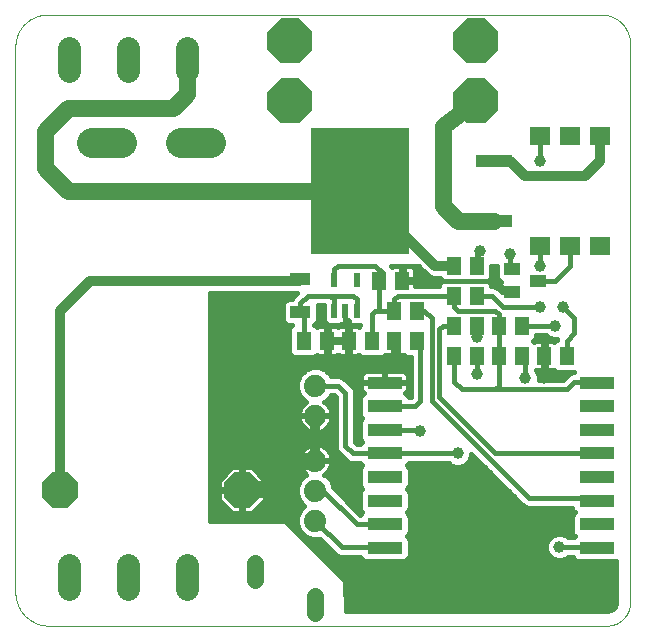
<source format=gtl>
G75*
%MOIN*%
%OFA0B0*%
%FSLAX25Y25*%
%IPPOS*%
%LPD*%
%AMOC8*
5,1,8,0,0,1.08239X$1,22.5*
%
%ADD10C,0.00000*%
%ADD11OC8,0.15000*%
%ADD12R,0.07008X0.05984*%
%ADD13R,0.05512X0.03937*%
%ADD14R,0.05118X0.05906*%
%ADD15C,0.05600*%
%ADD16R,0.32992X0.41969*%
%ADD17R,0.12008X0.04000*%
%ADD18C,0.10000*%
%ADD19OC8,0.11811*%
%ADD20C,0.07800*%
%ADD21R,0.11811X0.04200*%
%ADD22R,0.02165X0.04724*%
%ADD23R,0.07087X0.03937*%
%ADD24R,0.05118X0.06299*%
%ADD25C,0.07400*%
%ADD26C,0.01600*%
%ADD27C,0.03962*%
%ADD28C,0.03200*%
D10*
X0012329Y0009583D02*
X0198239Y0009583D01*
X0198428Y0009585D01*
X0198617Y0009592D01*
X0198806Y0009604D01*
X0198995Y0009620D01*
X0199183Y0009640D01*
X0199370Y0009665D01*
X0199557Y0009695D01*
X0199744Y0009729D01*
X0199929Y0009767D01*
X0200113Y0009811D01*
X0200296Y0009858D01*
X0200478Y0009910D01*
X0200659Y0009966D01*
X0200838Y0010027D01*
X0201016Y0010092D01*
X0201192Y0010161D01*
X0201366Y0010235D01*
X0201539Y0010312D01*
X0201710Y0010394D01*
X0201878Y0010480D01*
X0202045Y0010570D01*
X0202209Y0010664D01*
X0202371Y0010762D01*
X0202530Y0010864D01*
X0202688Y0010969D01*
X0202842Y0011079D01*
X0202994Y0011192D01*
X0203143Y0011308D01*
X0203289Y0011429D01*
X0203432Y0011552D01*
X0203572Y0011680D01*
X0203709Y0011810D01*
X0203843Y0011944D01*
X0203973Y0012081D01*
X0204101Y0012221D01*
X0204224Y0012364D01*
X0204345Y0012510D01*
X0204461Y0012659D01*
X0204574Y0012811D01*
X0204684Y0012965D01*
X0204789Y0013123D01*
X0204891Y0013282D01*
X0204989Y0013444D01*
X0205083Y0013608D01*
X0205173Y0013775D01*
X0205259Y0013943D01*
X0205341Y0014114D01*
X0205418Y0014287D01*
X0205492Y0014461D01*
X0205561Y0014637D01*
X0205626Y0014815D01*
X0205687Y0014994D01*
X0205743Y0015175D01*
X0205795Y0015357D01*
X0205842Y0015540D01*
X0205886Y0015724D01*
X0205924Y0015909D01*
X0205958Y0016096D01*
X0205988Y0016283D01*
X0206013Y0016470D01*
X0206033Y0016658D01*
X0206049Y0016847D01*
X0206061Y0017036D01*
X0206068Y0017225D01*
X0206070Y0017414D01*
X0206070Y0203613D01*
X0206067Y0203847D01*
X0206059Y0204080D01*
X0206045Y0204314D01*
X0206025Y0204546D01*
X0205999Y0204779D01*
X0205969Y0205010D01*
X0205932Y0205241D01*
X0205890Y0205471D01*
X0205842Y0205700D01*
X0205789Y0205927D01*
X0205730Y0206154D01*
X0205666Y0206378D01*
X0205597Y0206602D01*
X0205522Y0206823D01*
X0205442Y0207042D01*
X0205356Y0207260D01*
X0205265Y0207475D01*
X0205169Y0207688D01*
X0205068Y0207899D01*
X0204962Y0208107D01*
X0204851Y0208313D01*
X0204735Y0208516D01*
X0204614Y0208716D01*
X0204489Y0208913D01*
X0204358Y0209107D01*
X0204223Y0209297D01*
X0204083Y0209485D01*
X0203939Y0209669D01*
X0203791Y0209849D01*
X0203638Y0210026D01*
X0203481Y0210199D01*
X0203320Y0210368D01*
X0203154Y0210534D01*
X0202985Y0210695D01*
X0202812Y0210852D01*
X0202635Y0211005D01*
X0202455Y0211153D01*
X0202271Y0211297D01*
X0202083Y0211437D01*
X0201893Y0211572D01*
X0201699Y0211703D01*
X0201502Y0211828D01*
X0201302Y0211949D01*
X0201099Y0212065D01*
X0200893Y0212176D01*
X0200685Y0212282D01*
X0200474Y0212383D01*
X0200261Y0212479D01*
X0200046Y0212570D01*
X0199828Y0212656D01*
X0199609Y0212736D01*
X0199388Y0212811D01*
X0199164Y0212880D01*
X0198940Y0212944D01*
X0198713Y0213003D01*
X0198486Y0213056D01*
X0198257Y0213104D01*
X0198027Y0213146D01*
X0197796Y0213183D01*
X0197565Y0213213D01*
X0197332Y0213239D01*
X0197100Y0213259D01*
X0196866Y0213273D01*
X0196633Y0213281D01*
X0196399Y0213284D01*
X0011812Y0213284D01*
X0011554Y0213281D01*
X0011297Y0213272D01*
X0011040Y0213256D01*
X0010783Y0213234D01*
X0010527Y0213206D01*
X0010271Y0213172D01*
X0010017Y0213132D01*
X0009763Y0213085D01*
X0009511Y0213033D01*
X0009260Y0212974D01*
X0009011Y0212909D01*
X0008763Y0212839D01*
X0008517Y0212762D01*
X0008273Y0212680D01*
X0008031Y0212591D01*
X0007791Y0212497D01*
X0007554Y0212397D01*
X0007319Y0212291D01*
X0007086Y0212180D01*
X0006857Y0212063D01*
X0006630Y0211940D01*
X0006406Y0211812D01*
X0006186Y0211679D01*
X0005969Y0211540D01*
X0005755Y0211396D01*
X0005544Y0211248D01*
X0005338Y0211094D01*
X0005135Y0210935D01*
X0004936Y0210771D01*
X0004741Y0210602D01*
X0004550Y0210429D01*
X0004364Y0210251D01*
X0004182Y0210069D01*
X0004004Y0209883D01*
X0003831Y0209692D01*
X0003662Y0209497D01*
X0003498Y0209298D01*
X0003339Y0209095D01*
X0003185Y0208889D01*
X0003037Y0208678D01*
X0002893Y0208464D01*
X0002754Y0208247D01*
X0002621Y0208027D01*
X0002493Y0207803D01*
X0002370Y0207576D01*
X0002253Y0207347D01*
X0002142Y0207114D01*
X0002036Y0206879D01*
X0001936Y0206642D01*
X0001842Y0206402D01*
X0001753Y0206160D01*
X0001671Y0205916D01*
X0001594Y0205670D01*
X0001524Y0205422D01*
X0001459Y0205173D01*
X0001400Y0204922D01*
X0001348Y0204670D01*
X0001301Y0204416D01*
X0001261Y0204162D01*
X0001227Y0203906D01*
X0001199Y0203650D01*
X0001177Y0203393D01*
X0001161Y0203136D01*
X0001152Y0202879D01*
X0001149Y0202621D01*
X0001149Y0020764D01*
X0001152Y0020494D01*
X0001162Y0020224D01*
X0001178Y0019954D01*
X0001201Y0019685D01*
X0001231Y0019416D01*
X0001266Y0019149D01*
X0001309Y0018882D01*
X0001357Y0018616D01*
X0001412Y0018352D01*
X0001474Y0018088D01*
X0001542Y0017827D01*
X0001616Y0017567D01*
X0001696Y0017309D01*
X0001783Y0017053D01*
X0001876Y0016800D01*
X0001974Y0016548D01*
X0002079Y0016299D01*
X0002190Y0016053D01*
X0002307Y0015809D01*
X0002430Y0015568D01*
X0002558Y0015331D01*
X0002692Y0015096D01*
X0002832Y0014865D01*
X0002977Y0014637D01*
X0003128Y0014413D01*
X0003284Y0014193D01*
X0003446Y0013976D01*
X0003612Y0013763D01*
X0003784Y0013555D01*
X0003961Y0013350D01*
X0004142Y0013150D01*
X0004329Y0012955D01*
X0004520Y0012764D01*
X0004715Y0012577D01*
X0004915Y0012396D01*
X0005120Y0012219D01*
X0005328Y0012047D01*
X0005541Y0011881D01*
X0005758Y0011719D01*
X0005978Y0011563D01*
X0006202Y0011412D01*
X0006430Y0011267D01*
X0006661Y0011127D01*
X0006896Y0010993D01*
X0007133Y0010865D01*
X0007374Y0010742D01*
X0007618Y0010625D01*
X0007864Y0010514D01*
X0008113Y0010409D01*
X0008365Y0010311D01*
X0008618Y0010218D01*
X0008874Y0010131D01*
X0009132Y0010051D01*
X0009392Y0009977D01*
X0009653Y0009909D01*
X0009917Y0009847D01*
X0010181Y0009792D01*
X0010447Y0009744D01*
X0010714Y0009701D01*
X0010981Y0009666D01*
X0011250Y0009636D01*
X0011519Y0009613D01*
X0011789Y0009597D01*
X0012059Y0009587D01*
X0012329Y0009584D01*
D11*
X0092649Y0184583D03*
X0092649Y0204583D03*
X0154649Y0204583D03*
X0154649Y0184583D03*
D12*
X0176149Y0172871D03*
X0186149Y0172871D03*
X0196149Y0172871D03*
X0196149Y0136296D03*
X0186149Y0136296D03*
X0176149Y0136296D03*
D13*
X0166818Y0128323D03*
X0166818Y0120843D03*
X0175479Y0124583D03*
D14*
X0169889Y0109583D03*
X0162409Y0109583D03*
X0154889Y0109583D03*
X0147409Y0109583D03*
X0147409Y0099583D03*
X0154889Y0099583D03*
X0162409Y0099583D03*
X0169889Y0099583D03*
X0177409Y0099583D03*
X0184889Y0099583D03*
X0154889Y0119583D03*
X0147409Y0119583D03*
X0147409Y0129583D03*
X0154889Y0129583D03*
X0134889Y0114583D03*
X0127409Y0114583D03*
X0127409Y0104583D03*
X0134889Y0104583D03*
D15*
X0148649Y0144583D02*
X0143649Y0149583D01*
X0143649Y0176083D01*
X0154649Y0184583D01*
X0148649Y0144583D02*
X0160676Y0144583D01*
X0116149Y0154583D02*
X0018649Y0154583D01*
X0011149Y0162083D01*
X0011149Y0174583D01*
X0018649Y0182083D01*
X0053649Y0182083D01*
X0058349Y0186783D01*
X0058349Y0198333D01*
X0091149Y0064583D02*
X0101149Y0064583D01*
X0091149Y0064583D02*
X0091149Y0059583D01*
X0086700Y0055135D01*
X0076700Y0055135D01*
X0081149Y0030383D02*
X0081149Y0024783D01*
X0101149Y0019383D02*
X0101149Y0013783D01*
D16*
X0116149Y0154583D03*
D17*
X0160676Y0144583D03*
X0160676Y0164583D03*
D18*
X0066227Y0170528D02*
X0056227Y0170528D01*
X0036542Y0170528D02*
X0026542Y0170528D01*
D19*
X0016070Y0054780D03*
X0076700Y0054780D03*
D20*
X0058349Y0029733D02*
X0058349Y0021933D01*
X0038649Y0021933D02*
X0038649Y0029733D01*
X0018949Y0029733D02*
X0018949Y0021933D01*
X0018949Y0194433D02*
X0018949Y0202233D01*
X0038649Y0202233D02*
X0038649Y0194433D01*
X0058349Y0194433D02*
X0058349Y0202233D01*
D21*
X0124220Y0090646D03*
X0124220Y0082772D03*
X0124220Y0074898D03*
X0124220Y0067024D03*
X0124220Y0059150D03*
X0124220Y0051276D03*
X0124220Y0043402D03*
X0124220Y0035528D03*
X0195086Y0035528D03*
X0195086Y0043402D03*
X0195086Y0051276D03*
X0195086Y0059150D03*
X0195086Y0067024D03*
X0195086Y0074898D03*
X0195086Y0082772D03*
X0195086Y0090646D03*
D22*
X0114889Y0114465D03*
X0111149Y0114465D03*
X0107409Y0114465D03*
X0107409Y0124702D03*
X0114889Y0124702D03*
D23*
X0096149Y0125095D03*
X0096149Y0114072D03*
D24*
X0097212Y0104583D03*
X0105086Y0104583D03*
X0112212Y0104583D03*
X0120086Y0104583D03*
X0122212Y0124583D03*
X0130086Y0124583D03*
D25*
X0101149Y0089583D03*
X0101149Y0079583D03*
X0101149Y0064583D03*
X0101149Y0054583D03*
X0101149Y0044583D03*
D26*
X0109899Y0035833D01*
X0123914Y0035833D01*
X0124220Y0035528D01*
X0130602Y0031028D02*
X0117837Y0031028D01*
X0116955Y0031394D01*
X0116279Y0032069D01*
X0116046Y0032633D01*
X0109262Y0032633D01*
X0108086Y0033120D01*
X0107186Y0034021D01*
X0102617Y0038589D01*
X0102362Y0038483D01*
X0099935Y0038483D01*
X0097693Y0039412D01*
X0095977Y0041128D01*
X0095049Y0043370D01*
X0095049Y0045797D01*
X0095977Y0048039D01*
X0097522Y0049583D01*
X0095977Y0051128D01*
X0095049Y0053370D01*
X0095049Y0055797D01*
X0095977Y0058039D01*
X0097693Y0059755D01*
X0098167Y0059951D01*
X0097566Y0060388D01*
X0096954Y0061000D01*
X0096445Y0061701D01*
X0096052Y0062472D01*
X0095784Y0063295D01*
X0095649Y0064150D01*
X0095649Y0064383D01*
X0100949Y0064383D01*
X0100949Y0064783D01*
X0095649Y0064783D01*
X0095649Y0065016D01*
X0095784Y0065871D01*
X0096052Y0066695D01*
X0096445Y0067466D01*
X0096954Y0068166D01*
X0097566Y0068778D01*
X0098266Y0069287D01*
X0099037Y0069680D01*
X0099861Y0069948D01*
X0100716Y0070083D01*
X0100949Y0070083D01*
X0100949Y0064783D01*
X0101349Y0064783D01*
X0106649Y0064783D01*
X0106649Y0065016D01*
X0106513Y0065871D01*
X0106246Y0066695D01*
X0105853Y0067466D01*
X0105344Y0068166D01*
X0104732Y0068778D01*
X0104031Y0069287D01*
X0103260Y0069680D01*
X0102437Y0069948D01*
X0101582Y0070083D01*
X0101349Y0070083D01*
X0101349Y0064783D01*
X0101349Y0064383D01*
X0106649Y0064383D01*
X0106649Y0064150D01*
X0106513Y0063295D01*
X0106246Y0062472D01*
X0105853Y0061701D01*
X0105344Y0061000D01*
X0104732Y0060388D01*
X0104130Y0059951D01*
X0104604Y0059755D01*
X0106320Y0058039D01*
X0107249Y0055797D01*
X0107249Y0055509D01*
X0116167Y0046590D01*
X0116279Y0046862D01*
X0116757Y0047339D01*
X0116279Y0047817D01*
X0115914Y0048699D01*
X0115914Y0053854D01*
X0116279Y0054736D01*
X0116757Y0055213D01*
X0116279Y0055691D01*
X0115914Y0056573D01*
X0115914Y0061728D01*
X0116279Y0062610D01*
X0116757Y0063087D01*
X0116279Y0063565D01*
X0116172Y0063824D01*
X0113071Y0063824D01*
X0111895Y0064311D01*
X0109336Y0066870D01*
X0108436Y0067771D01*
X0107949Y0068947D01*
X0107949Y0085758D01*
X0107323Y0086383D01*
X0106426Y0086383D01*
X0106320Y0086128D01*
X0104604Y0084412D01*
X0104130Y0084216D01*
X0104732Y0083778D01*
X0105344Y0083166D01*
X0105853Y0082466D01*
X0106246Y0081695D01*
X0106513Y0080871D01*
X0106649Y0080016D01*
X0106649Y0079783D01*
X0101349Y0079783D01*
X0101349Y0079383D01*
X0106649Y0079383D01*
X0106649Y0079150D01*
X0106513Y0078295D01*
X0106246Y0077472D01*
X0105853Y0076701D01*
X0105344Y0076000D01*
X0104732Y0075388D01*
X0104031Y0074879D01*
X0103260Y0074486D01*
X0102437Y0074219D01*
X0101582Y0074083D01*
X0101349Y0074083D01*
X0101349Y0079383D01*
X0100949Y0079383D01*
X0100949Y0074083D01*
X0100716Y0074083D01*
X0099861Y0074219D01*
X0099037Y0074486D01*
X0098266Y0074879D01*
X0097566Y0075388D01*
X0096954Y0076000D01*
X0096445Y0076701D01*
X0096052Y0077472D01*
X0095784Y0078295D01*
X0095649Y0079150D01*
X0095649Y0079383D01*
X0100949Y0079383D01*
X0100949Y0079783D01*
X0095649Y0079783D01*
X0095649Y0080016D01*
X0095784Y0080871D01*
X0096052Y0081695D01*
X0096445Y0082466D01*
X0096954Y0083166D01*
X0097566Y0083778D01*
X0098167Y0084216D01*
X0097693Y0084412D01*
X0095977Y0086128D01*
X0095049Y0088370D01*
X0095049Y0090797D01*
X0095977Y0093039D01*
X0097693Y0094755D01*
X0099935Y0095683D01*
X0102362Y0095683D01*
X0104604Y0094755D01*
X0106320Y0093039D01*
X0106426Y0092783D01*
X0109285Y0092783D01*
X0110461Y0092296D01*
X0111362Y0091396D01*
X0113862Y0088896D01*
X0114349Y0087720D01*
X0114349Y0070909D01*
X0115033Y0070224D01*
X0116172Y0070224D01*
X0116279Y0070484D01*
X0116757Y0070961D01*
X0116279Y0071439D01*
X0115914Y0072321D01*
X0115914Y0077476D01*
X0116279Y0078358D01*
X0116757Y0078835D01*
X0116279Y0079313D01*
X0115914Y0080195D01*
X0115914Y0085350D01*
X0116279Y0086232D01*
X0116955Y0086907D01*
X0117303Y0087051D01*
X0117209Y0087106D01*
X0116874Y0087441D01*
X0116637Y0087852D01*
X0116514Y0088309D01*
X0116514Y0090396D01*
X0123969Y0090396D01*
X0123969Y0090896D01*
X0116514Y0090896D01*
X0116514Y0092983D01*
X0116637Y0093441D01*
X0116874Y0093852D01*
X0117209Y0094187D01*
X0117619Y0094424D01*
X0118077Y0094546D01*
X0123970Y0094546D01*
X0123970Y0090896D01*
X0124470Y0090896D01*
X0131925Y0090896D01*
X0131925Y0092983D01*
X0131802Y0093441D01*
X0131565Y0093852D01*
X0131230Y0094187D01*
X0130820Y0094424D01*
X0130362Y0094546D01*
X0124470Y0094546D01*
X0124470Y0090896D01*
X0124470Y0090396D01*
X0131925Y0090396D01*
X0131925Y0088309D01*
X0131802Y0087852D01*
X0131565Y0087441D01*
X0131230Y0087106D01*
X0131136Y0087051D01*
X0131485Y0086907D01*
X0132160Y0086232D01*
X0132267Y0085972D01*
X0132949Y0085972D01*
X0132949Y0099231D01*
X0131852Y0099231D01*
X0130970Y0099596D01*
X0130623Y0099943D01*
X0130205Y0099831D01*
X0127888Y0099831D01*
X0127888Y0104104D01*
X0126929Y0104104D01*
X0126929Y0099831D01*
X0124612Y0099831D01*
X0124473Y0099868D01*
X0124004Y0099399D01*
X0123122Y0099034D01*
X0117049Y0099034D01*
X0116167Y0099399D01*
X0115684Y0099882D01*
X0115466Y0099756D01*
X0115008Y0099634D01*
X0112691Y0099634D01*
X0112691Y0104104D01*
X0111732Y0104104D01*
X0107853Y0104104D01*
X0105565Y0104104D01*
X0105565Y0099634D01*
X0107882Y0099634D01*
X0108340Y0099756D01*
X0108649Y0099935D01*
X0108958Y0099756D01*
X0109416Y0099634D01*
X0111732Y0099634D01*
X0111732Y0104104D01*
X0111732Y0105063D01*
X0111732Y0109533D01*
X0109416Y0109533D01*
X0108958Y0109410D01*
X0108649Y0109232D01*
X0108340Y0109410D01*
X0107882Y0109533D01*
X0105565Y0109533D01*
X0105565Y0105063D01*
X0104606Y0105063D01*
X0104606Y0109533D01*
X0102290Y0109533D01*
X0101832Y0109410D01*
X0101614Y0109284D01*
X0101130Y0109768D01*
X0100728Y0109934D01*
X0101051Y0110068D01*
X0101727Y0110744D01*
X0102092Y0111626D01*
X0102092Y0116383D01*
X0103926Y0116383D01*
X0103926Y0111625D01*
X0104291Y0110743D01*
X0104966Y0110068D01*
X0105848Y0109703D01*
X0108969Y0109703D01*
X0109851Y0110068D01*
X0110085Y0110303D01*
X0111149Y0110303D01*
X0112212Y0110303D01*
X0112447Y0110068D01*
X0113329Y0109703D01*
X0116102Y0109703D01*
X0115684Y0109284D01*
X0115466Y0109410D01*
X0115008Y0109533D01*
X0112691Y0109533D01*
X0112691Y0105063D01*
X0111732Y0105063D01*
X0105565Y0105063D01*
X0105565Y0104104D01*
X0104606Y0104104D01*
X0104606Y0099634D01*
X0102290Y0099634D01*
X0101832Y0099756D01*
X0101614Y0099882D01*
X0101130Y0099399D01*
X0100248Y0099034D01*
X0094175Y0099034D01*
X0093293Y0099399D01*
X0092618Y0100074D01*
X0092253Y0100956D01*
X0092253Y0108210D01*
X0092618Y0109092D01*
X0093229Y0109703D01*
X0092128Y0109703D01*
X0091246Y0110068D01*
X0090571Y0110744D01*
X0090205Y0111626D01*
X0090205Y0116517D01*
X0090571Y0117400D01*
X0091246Y0118075D01*
X0092128Y0118440D01*
X0093247Y0118440D01*
X0093436Y0118896D01*
X0095123Y0120583D01*
X0066149Y0120583D01*
X0066149Y0044583D01*
X0091149Y0044583D01*
X0111149Y0024583D01*
X0111390Y0014383D01*
X0198239Y0014383D01*
X0198713Y0014421D01*
X0199615Y0014714D01*
X0200382Y0015271D01*
X0200940Y0016038D01*
X0201233Y0016940D01*
X0201270Y0017414D01*
X0201270Y0031028D01*
X0188703Y0031028D01*
X0187821Y0031394D01*
X0187146Y0032069D01*
X0186912Y0032633D01*
X0185395Y0032633D01*
X0184880Y0032119D01*
X0183270Y0031452D01*
X0181527Y0031452D01*
X0179917Y0032119D01*
X0178685Y0033352D01*
X0178018Y0034962D01*
X0178018Y0036705D01*
X0178685Y0038315D01*
X0179917Y0039547D01*
X0181527Y0040214D01*
X0183270Y0040214D01*
X0184880Y0039547D01*
X0185395Y0039033D01*
X0187191Y0039033D01*
X0187623Y0039465D01*
X0187146Y0039943D01*
X0186780Y0040825D01*
X0186780Y0045980D01*
X0187146Y0046862D01*
X0187623Y0047339D01*
X0187146Y0047817D01*
X0186780Y0048699D01*
X0186780Y0048883D01*
X0171762Y0048883D01*
X0170586Y0049370D01*
X0169686Y0050271D01*
X0152971Y0066986D01*
X0152971Y0066153D01*
X0152304Y0064543D01*
X0151071Y0063310D01*
X0149461Y0062643D01*
X0147718Y0062643D01*
X0146108Y0063310D01*
X0145594Y0063824D01*
X0132267Y0063824D01*
X0132160Y0063565D01*
X0131682Y0063087D01*
X0132160Y0062610D01*
X0132525Y0061728D01*
X0132525Y0056573D01*
X0132160Y0055691D01*
X0131682Y0055213D01*
X0132160Y0054736D01*
X0132525Y0053854D01*
X0132525Y0048699D01*
X0132160Y0047817D01*
X0131682Y0047339D01*
X0132160Y0046862D01*
X0132525Y0045980D01*
X0132525Y0040825D01*
X0132160Y0039943D01*
X0131682Y0039465D01*
X0132160Y0038988D01*
X0132525Y0038106D01*
X0132525Y0032951D01*
X0132160Y0032069D01*
X0131485Y0031394D01*
X0130602Y0031028D01*
X0132053Y0031962D02*
X0180295Y0031962D01*
X0178598Y0033561D02*
X0132525Y0033561D01*
X0132525Y0035160D02*
X0178018Y0035160D01*
X0178040Y0036758D02*
X0132525Y0036758D01*
X0132421Y0038357D02*
X0178726Y0038357D01*
X0180901Y0039955D02*
X0132165Y0039955D01*
X0132525Y0041554D02*
X0186780Y0041554D01*
X0186780Y0043152D02*
X0132525Y0043152D01*
X0132525Y0044751D02*
X0186780Y0044751D01*
X0186933Y0046349D02*
X0132372Y0046349D01*
X0132214Y0047948D02*
X0187091Y0047948D01*
X0187140Y0039955D02*
X0183896Y0039955D01*
X0182399Y0035833D02*
X0194781Y0035833D01*
X0195086Y0035528D01*
X0201270Y0030364D02*
X0105368Y0030364D01*
X0103770Y0031962D02*
X0116386Y0031962D01*
X0110164Y0025568D02*
X0201270Y0025568D01*
X0201270Y0023970D02*
X0111163Y0023970D01*
X0111201Y0022371D02*
X0201270Y0022371D01*
X0201270Y0020773D02*
X0111239Y0020773D01*
X0111277Y0019174D02*
X0201270Y0019174D01*
X0201270Y0017576D02*
X0111315Y0017576D01*
X0111353Y0015977D02*
X0200895Y0015977D01*
X0201270Y0027167D02*
X0108565Y0027167D01*
X0106967Y0028765D02*
X0201270Y0028765D01*
X0187252Y0031962D02*
X0184502Y0031962D01*
X0195086Y0051276D02*
X0194279Y0052083D01*
X0172399Y0052083D01*
X0139899Y0084583D01*
X0139899Y0112083D01*
X0137399Y0114583D01*
X0134889Y0114583D01*
X0128649Y0119583D02*
X0147409Y0119583D01*
X0147409Y0115823D01*
X0148649Y0114583D01*
X0161149Y0114583D01*
X0162399Y0113333D01*
X0162399Y0109593D01*
X0162409Y0109583D01*
X0162409Y0099583D01*
X0162409Y0089593D01*
X0161149Y0088333D01*
X0184899Y0088333D01*
X0187399Y0090833D01*
X0194899Y0090833D01*
X0195086Y0090646D01*
X0187270Y0094231D02*
X0187146Y0094106D01*
X0187116Y0094033D01*
X0186762Y0094033D01*
X0185586Y0093546D01*
X0184686Y0092646D01*
X0183573Y0091533D01*
X0175530Y0091533D01*
X0175530Y0092955D01*
X0174863Y0094565D01*
X0174592Y0094836D01*
X0174612Y0094831D01*
X0176929Y0094831D01*
X0176929Y0099104D01*
X0177888Y0099104D01*
X0177888Y0094831D01*
X0180205Y0094831D01*
X0180623Y0094943D01*
X0180970Y0094596D01*
X0181852Y0094231D01*
X0187270Y0094231D01*
X0184746Y0092706D02*
X0175530Y0092706D01*
X0174971Y0094304D02*
X0181674Y0094304D01*
X0177888Y0095903D02*
X0176929Y0095903D01*
X0176929Y0097501D02*
X0177888Y0097501D01*
X0177888Y0099100D02*
X0176929Y0099100D01*
X0177409Y0099583D02*
X0177409Y0092093D01*
X0177399Y0092083D01*
X0171149Y0092083D02*
X0171149Y0098323D01*
X0169889Y0099583D01*
X0174163Y0104216D02*
X0173807Y0104571D01*
X0173777Y0104583D01*
X0173807Y0104596D01*
X0174483Y0105271D01*
X0174848Y0106153D01*
X0174848Y0106383D01*
X0178153Y0106383D01*
X0178667Y0105869D01*
X0180277Y0105202D01*
X0181689Y0105202D01*
X0181689Y0104868D01*
X0180970Y0104571D01*
X0180623Y0104224D01*
X0180205Y0104336D01*
X0177888Y0104336D01*
X0177888Y0100063D01*
X0176929Y0100063D01*
X0176929Y0104336D01*
X0174612Y0104336D01*
X0174163Y0104216D01*
X0174575Y0105494D02*
X0179573Y0105494D01*
X0177888Y0103895D02*
X0176929Y0103895D01*
X0176929Y0102297D02*
X0177888Y0102297D01*
X0177888Y0100698D02*
X0176929Y0100698D01*
X0184889Y0099583D02*
X0184889Y0104573D01*
X0187399Y0107083D01*
X0187399Y0112083D01*
X0183649Y0115833D01*
X0181149Y0109583D02*
X0169889Y0109583D01*
X0163649Y0115833D02*
X0176149Y0115833D01*
X0175479Y0124583D02*
X0181149Y0124583D01*
X0186149Y0129583D01*
X0186149Y0136296D01*
X0176149Y0136296D02*
X0176149Y0129583D01*
X0166818Y0128323D02*
X0166149Y0128993D01*
X0166149Y0133333D01*
X0161662Y0129583D02*
X0161662Y0125878D01*
X0162027Y0124995D01*
X0162703Y0124320D01*
X0162931Y0124226D01*
X0162622Y0123917D01*
X0162385Y0123506D01*
X0162262Y0123049D01*
X0162262Y0121745D01*
X0161711Y0122296D01*
X0160535Y0122783D01*
X0159848Y0122783D01*
X0159848Y0123013D01*
X0159483Y0123896D01*
X0158807Y0124571D01*
X0158777Y0124583D01*
X0158807Y0124596D01*
X0159483Y0125271D01*
X0159848Y0126153D01*
X0159848Y0129583D01*
X0161662Y0129583D01*
X0161662Y0129472D02*
X0159848Y0129472D01*
X0159848Y0127873D02*
X0161662Y0127873D01*
X0161662Y0126275D02*
X0159848Y0126275D01*
X0158888Y0124676D02*
X0162347Y0124676D01*
X0161149Y0124583D02*
X0164899Y0120833D01*
X0166808Y0120833D01*
X0166818Y0120843D01*
X0166634Y0120659D02*
X0163349Y0120659D01*
X0162980Y0121027D01*
X0166634Y0121027D01*
X0166634Y0120659D01*
X0162270Y0123078D02*
X0159821Y0123078D01*
X0161149Y0124583D02*
X0136149Y0124583D01*
X0130086Y0124583D01*
X0130565Y0124676D02*
X0143410Y0124676D01*
X0143490Y0124596D02*
X0143520Y0124583D01*
X0143490Y0124571D01*
X0142815Y0123896D01*
X0142449Y0123013D01*
X0142449Y0122783D01*
X0134445Y0122783D01*
X0134445Y0124104D01*
X0130565Y0124104D01*
X0130565Y0125063D01*
X0129606Y0125063D01*
X0129606Y0129533D01*
X0127290Y0129533D01*
X0126832Y0129410D01*
X0126614Y0129284D01*
X0126314Y0129583D01*
X0135492Y0129583D01*
X0138883Y0126192D01*
X0140353Y0125583D01*
X0142686Y0125583D01*
X0142815Y0125271D01*
X0143490Y0124596D01*
X0142476Y0123078D02*
X0134445Y0123078D01*
X0134445Y0125063D02*
X0134445Y0127970D01*
X0134322Y0128428D01*
X0134085Y0128838D01*
X0133750Y0129173D01*
X0133340Y0129410D01*
X0132882Y0129533D01*
X0130565Y0129533D01*
X0130565Y0125063D01*
X0134445Y0125063D01*
X0134445Y0126275D02*
X0138800Y0126275D01*
X0137202Y0127873D02*
X0134445Y0127873D01*
X0135603Y0129472D02*
X0133110Y0129472D01*
X0130565Y0129472D02*
X0129606Y0129472D01*
X0129606Y0127873D02*
X0130565Y0127873D01*
X0130565Y0126275D02*
X0129606Y0126275D01*
X0127061Y0129472D02*
X0126426Y0129472D01*
X0123649Y0127083D02*
X0123649Y0126020D01*
X0122212Y0124583D01*
X0122212Y0114770D01*
X0122399Y0114583D01*
X0127409Y0114583D01*
X0127409Y0118343D01*
X0128649Y0119583D01*
X0122399Y0114583D02*
X0121149Y0114583D01*
X0120086Y0113520D01*
X0120086Y0104583D01*
X0123282Y0099100D02*
X0132949Y0099100D01*
X0132949Y0097501D02*
X0066149Y0097501D01*
X0066149Y0095903D02*
X0132949Y0095903D01*
X0132949Y0094304D02*
X0131026Y0094304D01*
X0131925Y0092706D02*
X0132949Y0092706D01*
X0132949Y0091107D02*
X0131925Y0091107D01*
X0131925Y0089509D02*
X0132949Y0089509D01*
X0132949Y0087910D02*
X0131818Y0087910D01*
X0132080Y0086312D02*
X0132949Y0086312D01*
X0136149Y0084583D02*
X0136149Y0103323D01*
X0134889Y0104583D01*
X0128649Y0103343D02*
X0128649Y0099583D01*
X0126149Y0097083D01*
X0106149Y0097083D01*
X0105086Y0098146D01*
X0105086Y0104583D01*
X0112212Y0104583D01*
X0112212Y0111020D01*
X0111149Y0112083D01*
X0111149Y0114465D01*
X0111149Y0110303D01*
X0111149Y0114465D01*
X0111149Y0114465D01*
X0111149Y0113487D02*
X0111149Y0113487D01*
X0111149Y0111888D02*
X0111149Y0111888D01*
X0112225Y0110290D02*
X0110072Y0110290D01*
X0111732Y0108691D02*
X0112691Y0108691D01*
X0112691Y0107093D02*
X0111732Y0107093D01*
X0111732Y0105494D02*
X0112691Y0105494D01*
X0112691Y0103895D02*
X0111732Y0103895D01*
X0111732Y0102297D02*
X0112691Y0102297D01*
X0112691Y0100698D02*
X0111732Y0100698D01*
X0116889Y0099100D02*
X0100408Y0099100D01*
X0104606Y0100698D02*
X0105565Y0100698D01*
X0105565Y0102297D02*
X0104606Y0102297D01*
X0104606Y0103895D02*
X0105565Y0103895D01*
X0105565Y0105494D02*
X0104606Y0105494D01*
X0104606Y0107093D02*
X0105565Y0107093D01*
X0105565Y0108691D02*
X0104606Y0108691D01*
X0104745Y0110290D02*
X0101273Y0110290D01*
X0102092Y0111888D02*
X0103926Y0111888D01*
X0103926Y0113487D02*
X0102092Y0113487D01*
X0102092Y0115085D02*
X0103926Y0115085D01*
X0107409Y0114465D02*
X0107409Y0118323D01*
X0106149Y0119583D01*
X0113649Y0119583D01*
X0114899Y0118333D01*
X0114899Y0114475D01*
X0114889Y0114465D01*
X0106149Y0119583D02*
X0098649Y0119583D01*
X0096149Y0117083D01*
X0096149Y0114072D01*
X0097212Y0113009D01*
X0097212Y0104583D01*
X0094015Y0099100D02*
X0066149Y0099100D01*
X0066149Y0100698D02*
X0092359Y0100698D01*
X0092253Y0102297D02*
X0066149Y0102297D01*
X0066149Y0103895D02*
X0092253Y0103895D01*
X0092253Y0105494D02*
X0066149Y0105494D01*
X0066149Y0107093D02*
X0092253Y0107093D01*
X0092452Y0108691D02*
X0066149Y0108691D01*
X0066149Y0110290D02*
X0091025Y0110290D01*
X0090205Y0111888D02*
X0066149Y0111888D01*
X0066149Y0113487D02*
X0090205Y0113487D01*
X0090205Y0115085D02*
X0066149Y0115085D01*
X0066149Y0116684D02*
X0090274Y0116684D01*
X0091747Y0118282D02*
X0066149Y0118282D01*
X0066149Y0119881D02*
X0094420Y0119881D01*
X0107409Y0124702D02*
X0107409Y0128343D01*
X0108649Y0129583D01*
X0121149Y0129583D01*
X0123649Y0127083D01*
X0142399Y0108333D02*
X0142399Y0085833D01*
X0161149Y0067083D01*
X0195027Y0067083D01*
X0195086Y0067024D01*
X0170410Y0049546D02*
X0132525Y0049546D01*
X0132525Y0051145D02*
X0168812Y0051145D01*
X0167213Y0052743D02*
X0132525Y0052743D01*
X0132323Y0054342D02*
X0165615Y0054342D01*
X0164016Y0055940D02*
X0132263Y0055940D01*
X0132525Y0057539D02*
X0162418Y0057539D01*
X0160819Y0059137D02*
X0132525Y0059137D01*
X0132525Y0060736D02*
X0159221Y0060736D01*
X0157622Y0062334D02*
X0132274Y0062334D01*
X0124220Y0067024D02*
X0148590Y0067024D01*
X0151694Y0063933D02*
X0156024Y0063933D01*
X0154425Y0065531D02*
X0152713Y0065531D01*
X0136149Y0074583D02*
X0135834Y0074898D01*
X0124220Y0074898D01*
X0124220Y0082772D02*
X0134338Y0082772D01*
X0136149Y0084583D01*
X0147409Y0090823D02*
X0149899Y0088333D01*
X0161149Y0088333D01*
X0154899Y0093333D02*
X0154899Y0099573D01*
X0154889Y0099583D01*
X0154899Y0105833D02*
X0154889Y0105843D01*
X0154889Y0109583D01*
X0147409Y0109583D02*
X0143649Y0109583D01*
X0142399Y0108333D01*
X0147409Y0099583D02*
X0147409Y0090823D01*
X0128649Y0103343D02*
X0127409Y0104583D01*
X0126929Y0103895D02*
X0127888Y0103895D01*
X0127888Y0102297D02*
X0126929Y0102297D01*
X0126929Y0100698D02*
X0127888Y0100698D01*
X0126149Y0097083D02*
X0124220Y0095154D01*
X0124220Y0090646D01*
X0123970Y0091107D02*
X0124470Y0091107D01*
X0124470Y0092706D02*
X0123970Y0092706D01*
X0123970Y0094304D02*
X0124470Y0094304D01*
X0117413Y0094304D02*
X0105054Y0094304D01*
X0106149Y0097083D02*
X0093649Y0097083D01*
X0091149Y0094583D01*
X0091149Y0082083D01*
X0093649Y0079583D01*
X0101149Y0079583D01*
X0100949Y0078319D02*
X0101349Y0078319D01*
X0101349Y0076721D02*
X0100949Y0076721D01*
X0100949Y0075122D02*
X0101349Y0075122D01*
X0104366Y0075122D02*
X0107949Y0075122D01*
X0107949Y0073524D02*
X0066149Y0073524D01*
X0066149Y0075122D02*
X0097932Y0075122D01*
X0096434Y0076721D02*
X0066149Y0076721D01*
X0066149Y0078319D02*
X0095780Y0078319D01*
X0095649Y0079918D02*
X0066149Y0079918D01*
X0066149Y0081516D02*
X0095994Y0081516D01*
X0096916Y0083115D02*
X0066149Y0083115D01*
X0066149Y0084713D02*
X0097392Y0084713D01*
X0095901Y0086312D02*
X0066149Y0086312D01*
X0066149Y0087910D02*
X0095239Y0087910D01*
X0095049Y0089509D02*
X0066149Y0089509D01*
X0066149Y0091107D02*
X0095177Y0091107D01*
X0095840Y0092706D02*
X0066149Y0092706D01*
X0066149Y0094304D02*
X0097243Y0094304D01*
X0101149Y0089583D02*
X0108649Y0089583D01*
X0111149Y0087083D01*
X0111149Y0069583D01*
X0113708Y0067024D01*
X0124220Y0067024D01*
X0116214Y0070327D02*
X0114931Y0070327D01*
X0114349Y0071925D02*
X0116078Y0071925D01*
X0115914Y0073524D02*
X0114349Y0073524D01*
X0114349Y0075122D02*
X0115914Y0075122D01*
X0115914Y0076721D02*
X0114349Y0076721D01*
X0114349Y0078319D02*
X0116263Y0078319D01*
X0116029Y0079918D02*
X0114349Y0079918D01*
X0114349Y0081516D02*
X0115914Y0081516D01*
X0115914Y0083115D02*
X0114349Y0083115D01*
X0114349Y0084713D02*
X0115914Y0084713D01*
X0116359Y0086312D02*
X0114349Y0086312D01*
X0114270Y0087910D02*
X0116621Y0087910D01*
X0116514Y0089509D02*
X0113249Y0089509D01*
X0111650Y0091107D02*
X0116514Y0091107D01*
X0116514Y0092706D02*
X0109472Y0092706D01*
X0107395Y0086312D02*
X0106396Y0086312D01*
X0104905Y0084713D02*
X0107949Y0084713D01*
X0107949Y0083115D02*
X0105381Y0083115D01*
X0106304Y0081516D02*
X0107949Y0081516D01*
X0107949Y0079918D02*
X0106649Y0079918D01*
X0106517Y0078319D02*
X0107949Y0078319D01*
X0107949Y0076721D02*
X0105863Y0076721D01*
X0107949Y0071925D02*
X0066149Y0071925D01*
X0066149Y0070327D02*
X0107949Y0070327D01*
X0108039Y0068728D02*
X0104782Y0068728D01*
X0106024Y0067130D02*
X0109077Y0067130D01*
X0110675Y0065531D02*
X0106567Y0065531D01*
X0106614Y0063933D02*
X0112809Y0063933D01*
X0116165Y0062334D02*
X0106175Y0062334D01*
X0105079Y0060736D02*
X0115914Y0060736D01*
X0115914Y0059137D02*
X0105222Y0059137D01*
X0106527Y0057539D02*
X0115914Y0057539D01*
X0116176Y0055940D02*
X0107189Y0055940D01*
X0108416Y0054342D02*
X0116116Y0054342D01*
X0115914Y0052743D02*
X0110014Y0052743D01*
X0111613Y0051145D02*
X0115914Y0051145D01*
X0115914Y0049546D02*
X0113211Y0049546D01*
X0114810Y0047948D02*
X0116225Y0047948D01*
X0114899Y0043333D02*
X0124151Y0043333D01*
X0124220Y0043402D01*
X0114899Y0043333D02*
X0103649Y0054583D01*
X0101149Y0054583D01*
X0097076Y0059137D02*
X0083240Y0059137D01*
X0084405Y0057972D02*
X0079892Y0062486D01*
X0077081Y0062486D01*
X0077081Y0055161D01*
X0084405Y0055161D01*
X0084405Y0057972D01*
X0084405Y0057539D02*
X0095770Y0057539D01*
X0095108Y0055940D02*
X0084405Y0055940D01*
X0084405Y0054399D02*
X0077081Y0054399D01*
X0077081Y0047075D01*
X0079892Y0047075D01*
X0084405Y0051588D01*
X0084405Y0054399D01*
X0084405Y0054342D02*
X0095049Y0054342D01*
X0095308Y0052743D02*
X0084405Y0052743D01*
X0083962Y0051145D02*
X0095970Y0051145D01*
X0097485Y0049546D02*
X0082363Y0049546D01*
X0080765Y0047948D02*
X0095940Y0047948D01*
X0095277Y0046349D02*
X0066149Y0046349D01*
X0066149Y0044751D02*
X0095049Y0044751D01*
X0095139Y0043152D02*
X0092580Y0043152D01*
X0094178Y0041554D02*
X0095801Y0041554D01*
X0095777Y0039955D02*
X0097150Y0039955D01*
X0097375Y0038357D02*
X0102850Y0038357D01*
X0104448Y0036758D02*
X0098974Y0036758D01*
X0100573Y0035160D02*
X0106047Y0035160D01*
X0107646Y0033561D02*
X0102171Y0033561D01*
X0077081Y0047948D02*
X0076319Y0047948D01*
X0076319Y0047075D02*
X0076319Y0054399D01*
X0077081Y0054399D01*
X0077081Y0055161D01*
X0076319Y0055161D01*
X0076319Y0054399D01*
X0068994Y0054399D01*
X0068994Y0051588D01*
X0073508Y0047075D01*
X0076319Y0047075D01*
X0076319Y0049546D02*
X0077081Y0049546D01*
X0077081Y0051145D02*
X0076319Y0051145D01*
X0076319Y0052743D02*
X0077081Y0052743D01*
X0077081Y0054342D02*
X0076319Y0054342D01*
X0076319Y0055161D02*
X0068994Y0055161D01*
X0068994Y0057972D01*
X0073508Y0062486D01*
X0076319Y0062486D01*
X0076319Y0055161D01*
X0076319Y0055940D02*
X0077081Y0055940D01*
X0077081Y0057539D02*
X0076319Y0057539D01*
X0076319Y0059137D02*
X0077081Y0059137D01*
X0077081Y0060736D02*
X0076319Y0060736D01*
X0076319Y0062334D02*
X0077081Y0062334D01*
X0080043Y0062334D02*
X0096122Y0062334D01*
X0095683Y0063933D02*
X0066149Y0063933D01*
X0066149Y0065531D02*
X0095730Y0065531D01*
X0096273Y0067130D02*
X0066149Y0067130D01*
X0066149Y0068728D02*
X0097515Y0068728D01*
X0100949Y0068728D02*
X0101349Y0068728D01*
X0101349Y0067130D02*
X0100949Y0067130D01*
X0100949Y0065531D02*
X0101349Y0065531D01*
X0097218Y0060736D02*
X0081642Y0060736D01*
X0073357Y0062334D02*
X0066149Y0062334D01*
X0066149Y0060736D02*
X0071758Y0060736D01*
X0070160Y0059137D02*
X0066149Y0059137D01*
X0066149Y0057539D02*
X0068994Y0057539D01*
X0068994Y0055940D02*
X0066149Y0055940D01*
X0066149Y0054342D02*
X0068994Y0054342D01*
X0068994Y0052743D02*
X0066149Y0052743D01*
X0066149Y0051145D02*
X0069438Y0051145D01*
X0071037Y0049546D02*
X0066149Y0049546D01*
X0066149Y0047948D02*
X0072635Y0047948D01*
X0154889Y0119583D02*
X0159899Y0119583D01*
X0163649Y0115833D01*
X0154889Y0129583D02*
X0154889Y0133323D01*
X0156149Y0134583D01*
X0176149Y0164583D02*
X0176149Y0172871D01*
D27*
X0176149Y0164583D03*
X0156149Y0134583D03*
X0166149Y0133333D03*
X0176149Y0129583D03*
X0176149Y0115833D03*
X0181149Y0109583D03*
X0183649Y0115833D03*
X0177399Y0092083D03*
X0171149Y0092083D03*
X0154899Y0093333D03*
X0154899Y0105833D03*
X0136149Y0124583D03*
X0136149Y0074583D03*
X0148590Y0067024D03*
X0182399Y0035833D03*
D28*
X0101149Y0064583D02*
X0101149Y0079583D01*
X0076700Y0055135D02*
X0076700Y0054780D01*
X0016070Y0054780D02*
X0016070Y0114505D01*
X0026149Y0124583D01*
X0095637Y0124583D01*
X0096149Y0125095D01*
X0116149Y0154583D02*
X0141149Y0129583D01*
X0147409Y0129583D01*
X0171149Y0159583D02*
X0191149Y0159583D01*
X0196149Y0164583D01*
X0196149Y0172871D01*
X0171149Y0159583D02*
X0166149Y0164583D01*
X0160676Y0164583D01*
M02*

</source>
